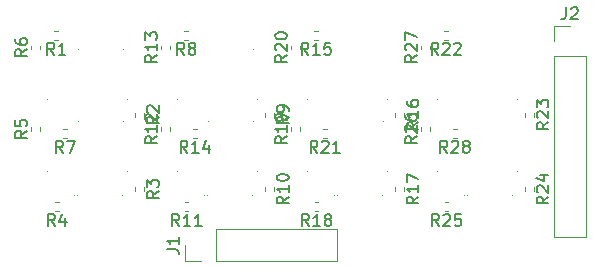
<source format=gbr>
%TF.GenerationSoftware,KiCad,Pcbnew,(6.0.0)*%
%TF.CreationDate,2022-03-30T13:23:40+02:00*%
%TF.ProjectId,led_display_digit,6c65645f-6469-4737-906c-61795f646967,rev?*%
%TF.SameCoordinates,Original*%
%TF.FileFunction,Legend,Top*%
%TF.FilePolarity,Positive*%
%FSLAX46Y46*%
G04 Gerber Fmt 4.6, Leading zero omitted, Abs format (unit mm)*
G04 Created by KiCad (PCBNEW (6.0.0)) date 2022-03-30 13:23:40*
%MOMM*%
%LPD*%
G01*
G04 APERTURE LIST*
%ADD10C,0.150000*%
%ADD11C,0.100000*%
%ADD12C,0.120000*%
G04 APERTURE END LIST*
D10*
%TO.C,R6*%
X72282380Y-58166666D02*
X71806190Y-58500000D01*
X72282380Y-58738095D02*
X71282380Y-58738095D01*
X71282380Y-58357142D01*
X71330000Y-58261904D01*
X71377619Y-58214285D01*
X71472857Y-58166666D01*
X71615714Y-58166666D01*
X71710952Y-58214285D01*
X71758571Y-58261904D01*
X71806190Y-58357142D01*
X71806190Y-58738095D01*
X71282380Y-57309523D02*
X71282380Y-57500000D01*
X71330000Y-57595238D01*
X71377619Y-57642857D01*
X71520476Y-57738095D01*
X71710952Y-57785714D01*
X72091904Y-57785714D01*
X72187142Y-57738095D01*
X72234761Y-57690476D01*
X72282380Y-57595238D01*
X72282380Y-57404761D01*
X72234761Y-57309523D01*
X72187142Y-57261904D01*
X72091904Y-57214285D01*
X71853809Y-57214285D01*
X71758571Y-57261904D01*
X71710952Y-57309523D01*
X71663333Y-57404761D01*
X71663333Y-57595238D01*
X71710952Y-57690476D01*
X71758571Y-57738095D01*
X71853809Y-57785714D01*
%TO.C,R25*%
X107157142Y-73122380D02*
X106823809Y-72646190D01*
X106585714Y-73122380D02*
X106585714Y-72122380D01*
X106966666Y-72122380D01*
X107061904Y-72170000D01*
X107109523Y-72217619D01*
X107157142Y-72312857D01*
X107157142Y-72455714D01*
X107109523Y-72550952D01*
X107061904Y-72598571D01*
X106966666Y-72646190D01*
X106585714Y-72646190D01*
X107538095Y-72217619D02*
X107585714Y-72170000D01*
X107680952Y-72122380D01*
X107919047Y-72122380D01*
X108014285Y-72170000D01*
X108061904Y-72217619D01*
X108109523Y-72312857D01*
X108109523Y-72408095D01*
X108061904Y-72550952D01*
X107490476Y-73122380D01*
X108109523Y-73122380D01*
X109014285Y-72122380D02*
X108538095Y-72122380D01*
X108490476Y-72598571D01*
X108538095Y-72550952D01*
X108633333Y-72503333D01*
X108871428Y-72503333D01*
X108966666Y-72550952D01*
X109014285Y-72598571D01*
X109061904Y-72693809D01*
X109061904Y-72931904D01*
X109014285Y-73027142D01*
X108966666Y-73074761D01*
X108871428Y-73122380D01*
X108633333Y-73122380D01*
X108538095Y-73074761D01*
X108490476Y-73027142D01*
%TO.C,R26*%
X105282380Y-65542857D02*
X104806190Y-65876190D01*
X105282380Y-66114285D02*
X104282380Y-66114285D01*
X104282380Y-65733333D01*
X104330000Y-65638095D01*
X104377619Y-65590476D01*
X104472857Y-65542857D01*
X104615714Y-65542857D01*
X104710952Y-65590476D01*
X104758571Y-65638095D01*
X104806190Y-65733333D01*
X104806190Y-66114285D01*
X104377619Y-65161904D02*
X104330000Y-65114285D01*
X104282380Y-65019047D01*
X104282380Y-64780952D01*
X104330000Y-64685714D01*
X104377619Y-64638095D01*
X104472857Y-64590476D01*
X104568095Y-64590476D01*
X104710952Y-64638095D01*
X105282380Y-65209523D01*
X105282380Y-64590476D01*
X104282380Y-63733333D02*
X104282380Y-63923809D01*
X104330000Y-64019047D01*
X104377619Y-64066666D01*
X104520476Y-64161904D01*
X104710952Y-64209523D01*
X105091904Y-64209523D01*
X105187142Y-64161904D01*
X105234761Y-64114285D01*
X105282380Y-64019047D01*
X105282380Y-63828571D01*
X105234761Y-63733333D01*
X105187142Y-63685714D01*
X105091904Y-63638095D01*
X104853809Y-63638095D01*
X104758571Y-63685714D01*
X104710952Y-63733333D01*
X104663333Y-63828571D01*
X104663333Y-64019047D01*
X104710952Y-64114285D01*
X104758571Y-64161904D01*
X104853809Y-64209523D01*
%TO.C,R19*%
X94282380Y-65542857D02*
X93806190Y-65876190D01*
X94282380Y-66114285D02*
X93282380Y-66114285D01*
X93282380Y-65733333D01*
X93330000Y-65638095D01*
X93377619Y-65590476D01*
X93472857Y-65542857D01*
X93615714Y-65542857D01*
X93710952Y-65590476D01*
X93758571Y-65638095D01*
X93806190Y-65733333D01*
X93806190Y-66114285D01*
X94282380Y-64590476D02*
X94282380Y-65161904D01*
X94282380Y-64876190D02*
X93282380Y-64876190D01*
X93425238Y-64971428D01*
X93520476Y-65066666D01*
X93568095Y-65161904D01*
X94282380Y-64114285D02*
X94282380Y-63923809D01*
X94234761Y-63828571D01*
X94187142Y-63780952D01*
X94044285Y-63685714D01*
X93853809Y-63638095D01*
X93472857Y-63638095D01*
X93377619Y-63685714D01*
X93330000Y-63733333D01*
X93282380Y-63828571D01*
X93282380Y-64019047D01*
X93330000Y-64114285D01*
X93377619Y-64161904D01*
X93472857Y-64209523D01*
X93710952Y-64209523D01*
X93806190Y-64161904D01*
X93853809Y-64114285D01*
X93901428Y-64019047D01*
X93901428Y-63828571D01*
X93853809Y-63733333D01*
X93806190Y-63685714D01*
X93710952Y-63638095D01*
%TO.C,R1*%
X74583333Y-58622380D02*
X74250000Y-58146190D01*
X74011904Y-58622380D02*
X74011904Y-57622380D01*
X74392857Y-57622380D01*
X74488095Y-57670000D01*
X74535714Y-57717619D01*
X74583333Y-57812857D01*
X74583333Y-57955714D01*
X74535714Y-58050952D01*
X74488095Y-58098571D01*
X74392857Y-58146190D01*
X74011904Y-58146190D01*
X75535714Y-58622380D02*
X74964285Y-58622380D01*
X75250000Y-58622380D02*
X75250000Y-57622380D01*
X75154761Y-57765238D01*
X75059523Y-57860476D01*
X74964285Y-57908095D01*
%TO.C,R9*%
X94422380Y-63866666D02*
X93946190Y-64200000D01*
X94422380Y-64438095D02*
X93422380Y-64438095D01*
X93422380Y-64057142D01*
X93470000Y-63961904D01*
X93517619Y-63914285D01*
X93612857Y-63866666D01*
X93755714Y-63866666D01*
X93850952Y-63914285D01*
X93898571Y-63961904D01*
X93946190Y-64057142D01*
X93946190Y-64438095D01*
X94422380Y-63390476D02*
X94422380Y-63200000D01*
X94374761Y-63104761D01*
X94327142Y-63057142D01*
X94184285Y-62961904D01*
X93993809Y-62914285D01*
X93612857Y-62914285D01*
X93517619Y-62961904D01*
X93470000Y-63009523D01*
X93422380Y-63104761D01*
X93422380Y-63295238D01*
X93470000Y-63390476D01*
X93517619Y-63438095D01*
X93612857Y-63485714D01*
X93850952Y-63485714D01*
X93946190Y-63438095D01*
X93993809Y-63390476D01*
X94041428Y-63295238D01*
X94041428Y-63104761D01*
X93993809Y-63009523D01*
X93946190Y-62961904D01*
X93850952Y-62914285D01*
%TO.C,R7*%
X75333333Y-66922380D02*
X75000000Y-66446190D01*
X74761904Y-66922380D02*
X74761904Y-65922380D01*
X75142857Y-65922380D01*
X75238095Y-65970000D01*
X75285714Y-66017619D01*
X75333333Y-66112857D01*
X75333333Y-66255714D01*
X75285714Y-66350952D01*
X75238095Y-66398571D01*
X75142857Y-66446190D01*
X74761904Y-66446190D01*
X75666666Y-65922380D02*
X76333333Y-65922380D01*
X75904761Y-66922380D01*
%TO.C,R12*%
X83282380Y-65542857D02*
X82806190Y-65876190D01*
X83282380Y-66114285D02*
X82282380Y-66114285D01*
X82282380Y-65733333D01*
X82330000Y-65638095D01*
X82377619Y-65590476D01*
X82472857Y-65542857D01*
X82615714Y-65542857D01*
X82710952Y-65590476D01*
X82758571Y-65638095D01*
X82806190Y-65733333D01*
X82806190Y-66114285D01*
X83282380Y-64590476D02*
X83282380Y-65161904D01*
X83282380Y-64876190D02*
X82282380Y-64876190D01*
X82425238Y-64971428D01*
X82520476Y-65066666D01*
X82568095Y-65161904D01*
X82377619Y-64209523D02*
X82330000Y-64161904D01*
X82282380Y-64066666D01*
X82282380Y-63828571D01*
X82330000Y-63733333D01*
X82377619Y-63685714D01*
X82472857Y-63638095D01*
X82568095Y-63638095D01*
X82710952Y-63685714D01*
X83282380Y-64257142D01*
X83282380Y-63638095D01*
%TO.C,R8*%
X85583333Y-58622380D02*
X85250000Y-58146190D01*
X85011904Y-58622380D02*
X85011904Y-57622380D01*
X85392857Y-57622380D01*
X85488095Y-57670000D01*
X85535714Y-57717619D01*
X85583333Y-57812857D01*
X85583333Y-57955714D01*
X85535714Y-58050952D01*
X85488095Y-58098571D01*
X85392857Y-58146190D01*
X85011904Y-58146190D01*
X86154761Y-58050952D02*
X86059523Y-58003333D01*
X86011904Y-57955714D01*
X85964285Y-57860476D01*
X85964285Y-57812857D01*
X86011904Y-57717619D01*
X86059523Y-57670000D01*
X86154761Y-57622380D01*
X86345238Y-57622380D01*
X86440476Y-57670000D01*
X86488095Y-57717619D01*
X86535714Y-57812857D01*
X86535714Y-57860476D01*
X86488095Y-57955714D01*
X86440476Y-58003333D01*
X86345238Y-58050952D01*
X86154761Y-58050952D01*
X86059523Y-58098571D01*
X86011904Y-58146190D01*
X85964285Y-58241428D01*
X85964285Y-58431904D01*
X86011904Y-58527142D01*
X86059523Y-58574761D01*
X86154761Y-58622380D01*
X86345238Y-58622380D01*
X86440476Y-58574761D01*
X86488095Y-58527142D01*
X86535714Y-58431904D01*
X86535714Y-58241428D01*
X86488095Y-58146190D01*
X86440476Y-58098571D01*
X86345238Y-58050952D01*
%TO.C,R28*%
X107857142Y-66922380D02*
X107523809Y-66446190D01*
X107285714Y-66922380D02*
X107285714Y-65922380D01*
X107666666Y-65922380D01*
X107761904Y-65970000D01*
X107809523Y-66017619D01*
X107857142Y-66112857D01*
X107857142Y-66255714D01*
X107809523Y-66350952D01*
X107761904Y-66398571D01*
X107666666Y-66446190D01*
X107285714Y-66446190D01*
X108238095Y-66017619D02*
X108285714Y-65970000D01*
X108380952Y-65922380D01*
X108619047Y-65922380D01*
X108714285Y-65970000D01*
X108761904Y-66017619D01*
X108809523Y-66112857D01*
X108809523Y-66208095D01*
X108761904Y-66350952D01*
X108190476Y-66922380D01*
X108809523Y-66922380D01*
X109380952Y-66350952D02*
X109285714Y-66303333D01*
X109238095Y-66255714D01*
X109190476Y-66160476D01*
X109190476Y-66112857D01*
X109238095Y-66017619D01*
X109285714Y-65970000D01*
X109380952Y-65922380D01*
X109571428Y-65922380D01*
X109666666Y-65970000D01*
X109714285Y-66017619D01*
X109761904Y-66112857D01*
X109761904Y-66160476D01*
X109714285Y-66255714D01*
X109666666Y-66303333D01*
X109571428Y-66350952D01*
X109380952Y-66350952D01*
X109285714Y-66398571D01*
X109238095Y-66446190D01*
X109190476Y-66541428D01*
X109190476Y-66731904D01*
X109238095Y-66827142D01*
X109285714Y-66874761D01*
X109380952Y-66922380D01*
X109571428Y-66922380D01*
X109666666Y-66874761D01*
X109714285Y-66827142D01*
X109761904Y-66731904D01*
X109761904Y-66541428D01*
X109714285Y-66446190D01*
X109666666Y-66398571D01*
X109571428Y-66350952D01*
%TO.C,R5*%
X72282380Y-65066666D02*
X71806190Y-65400000D01*
X72282380Y-65638095D02*
X71282380Y-65638095D01*
X71282380Y-65257142D01*
X71330000Y-65161904D01*
X71377619Y-65114285D01*
X71472857Y-65066666D01*
X71615714Y-65066666D01*
X71710952Y-65114285D01*
X71758571Y-65161904D01*
X71806190Y-65257142D01*
X71806190Y-65638095D01*
X71282380Y-64161904D02*
X71282380Y-64638095D01*
X71758571Y-64685714D01*
X71710952Y-64638095D01*
X71663333Y-64542857D01*
X71663333Y-64304761D01*
X71710952Y-64209523D01*
X71758571Y-64161904D01*
X71853809Y-64114285D01*
X72091904Y-64114285D01*
X72187142Y-64161904D01*
X72234761Y-64209523D01*
X72282380Y-64304761D01*
X72282380Y-64542857D01*
X72234761Y-64638095D01*
X72187142Y-64685714D01*
%TO.C,R13*%
X83282380Y-58642857D02*
X82806190Y-58976190D01*
X83282380Y-59214285D02*
X82282380Y-59214285D01*
X82282380Y-58833333D01*
X82330000Y-58738095D01*
X82377619Y-58690476D01*
X82472857Y-58642857D01*
X82615714Y-58642857D01*
X82710952Y-58690476D01*
X82758571Y-58738095D01*
X82806190Y-58833333D01*
X82806190Y-59214285D01*
X83282380Y-57690476D02*
X83282380Y-58261904D01*
X83282380Y-57976190D02*
X82282380Y-57976190D01*
X82425238Y-58071428D01*
X82520476Y-58166666D01*
X82568095Y-58261904D01*
X82282380Y-57357142D02*
X82282380Y-56738095D01*
X82663333Y-57071428D01*
X82663333Y-56928571D01*
X82710952Y-56833333D01*
X82758571Y-56785714D01*
X82853809Y-56738095D01*
X83091904Y-56738095D01*
X83187142Y-56785714D01*
X83234761Y-56833333D01*
X83282380Y-56928571D01*
X83282380Y-57214285D01*
X83234761Y-57309523D01*
X83187142Y-57357142D01*
%TO.C,R16*%
X105422380Y-64342857D02*
X104946190Y-64676190D01*
X105422380Y-64914285D02*
X104422380Y-64914285D01*
X104422380Y-64533333D01*
X104470000Y-64438095D01*
X104517619Y-64390476D01*
X104612857Y-64342857D01*
X104755714Y-64342857D01*
X104850952Y-64390476D01*
X104898571Y-64438095D01*
X104946190Y-64533333D01*
X104946190Y-64914285D01*
X105422380Y-63390476D02*
X105422380Y-63961904D01*
X105422380Y-63676190D02*
X104422380Y-63676190D01*
X104565238Y-63771428D01*
X104660476Y-63866666D01*
X104708095Y-63961904D01*
X104422380Y-62533333D02*
X104422380Y-62723809D01*
X104470000Y-62819047D01*
X104517619Y-62866666D01*
X104660476Y-62961904D01*
X104850952Y-63009523D01*
X105231904Y-63009523D01*
X105327142Y-62961904D01*
X105374761Y-62914285D01*
X105422380Y-62819047D01*
X105422380Y-62628571D01*
X105374761Y-62533333D01*
X105327142Y-62485714D01*
X105231904Y-62438095D01*
X104993809Y-62438095D01*
X104898571Y-62485714D01*
X104850952Y-62533333D01*
X104803333Y-62628571D01*
X104803333Y-62819047D01*
X104850952Y-62914285D01*
X104898571Y-62961904D01*
X104993809Y-63009523D01*
%TO.C,R2*%
X83422380Y-63866666D02*
X82946190Y-64200000D01*
X83422380Y-64438095D02*
X82422380Y-64438095D01*
X82422380Y-64057142D01*
X82470000Y-63961904D01*
X82517619Y-63914285D01*
X82612857Y-63866666D01*
X82755714Y-63866666D01*
X82850952Y-63914285D01*
X82898571Y-63961904D01*
X82946190Y-64057142D01*
X82946190Y-64438095D01*
X82517619Y-63485714D02*
X82470000Y-63438095D01*
X82422380Y-63342857D01*
X82422380Y-63104761D01*
X82470000Y-63009523D01*
X82517619Y-62961904D01*
X82612857Y-62914285D01*
X82708095Y-62914285D01*
X82850952Y-62961904D01*
X83422380Y-63533333D01*
X83422380Y-62914285D01*
%TO.C,R3*%
X83422380Y-70166666D02*
X82946190Y-70500000D01*
X83422380Y-70738095D02*
X82422380Y-70738095D01*
X82422380Y-70357142D01*
X82470000Y-70261904D01*
X82517619Y-70214285D01*
X82612857Y-70166666D01*
X82755714Y-70166666D01*
X82850952Y-70214285D01*
X82898571Y-70261904D01*
X82946190Y-70357142D01*
X82946190Y-70738095D01*
X82422380Y-69833333D02*
X82422380Y-69214285D01*
X82803333Y-69547619D01*
X82803333Y-69404761D01*
X82850952Y-69309523D01*
X82898571Y-69261904D01*
X82993809Y-69214285D01*
X83231904Y-69214285D01*
X83327142Y-69261904D01*
X83374761Y-69309523D01*
X83422380Y-69404761D01*
X83422380Y-69690476D01*
X83374761Y-69785714D01*
X83327142Y-69833333D01*
%TO.C,R24*%
X116422380Y-70642857D02*
X115946190Y-70976190D01*
X116422380Y-71214285D02*
X115422380Y-71214285D01*
X115422380Y-70833333D01*
X115470000Y-70738095D01*
X115517619Y-70690476D01*
X115612857Y-70642857D01*
X115755714Y-70642857D01*
X115850952Y-70690476D01*
X115898571Y-70738095D01*
X115946190Y-70833333D01*
X115946190Y-71214285D01*
X115517619Y-70261904D02*
X115470000Y-70214285D01*
X115422380Y-70119047D01*
X115422380Y-69880952D01*
X115470000Y-69785714D01*
X115517619Y-69738095D01*
X115612857Y-69690476D01*
X115708095Y-69690476D01*
X115850952Y-69738095D01*
X116422380Y-70309523D01*
X116422380Y-69690476D01*
X115755714Y-68833333D02*
X116422380Y-68833333D01*
X115374761Y-69071428D02*
X116089047Y-69309523D01*
X116089047Y-68690476D01*
%TO.C,J1*%
X84122380Y-75083333D02*
X84836666Y-75083333D01*
X84979523Y-75130952D01*
X85074761Y-75226190D01*
X85122380Y-75369047D01*
X85122380Y-75464285D01*
X85122380Y-74083333D02*
X85122380Y-74654761D01*
X85122380Y-74369047D02*
X84122380Y-74369047D01*
X84265238Y-74464285D01*
X84360476Y-74559523D01*
X84408095Y-74654761D01*
%TO.C,R17*%
X105422380Y-70642857D02*
X104946190Y-70976190D01*
X105422380Y-71214285D02*
X104422380Y-71214285D01*
X104422380Y-70833333D01*
X104470000Y-70738095D01*
X104517619Y-70690476D01*
X104612857Y-70642857D01*
X104755714Y-70642857D01*
X104850952Y-70690476D01*
X104898571Y-70738095D01*
X104946190Y-70833333D01*
X104946190Y-71214285D01*
X105422380Y-69690476D02*
X105422380Y-70261904D01*
X105422380Y-69976190D02*
X104422380Y-69976190D01*
X104565238Y-70071428D01*
X104660476Y-70166666D01*
X104708095Y-70261904D01*
X104422380Y-69357142D02*
X104422380Y-68690476D01*
X105422380Y-69119047D01*
%TO.C,R18*%
X96157142Y-73122380D02*
X95823809Y-72646190D01*
X95585714Y-73122380D02*
X95585714Y-72122380D01*
X95966666Y-72122380D01*
X96061904Y-72170000D01*
X96109523Y-72217619D01*
X96157142Y-72312857D01*
X96157142Y-72455714D01*
X96109523Y-72550952D01*
X96061904Y-72598571D01*
X95966666Y-72646190D01*
X95585714Y-72646190D01*
X97109523Y-73122380D02*
X96538095Y-73122380D01*
X96823809Y-73122380D02*
X96823809Y-72122380D01*
X96728571Y-72265238D01*
X96633333Y-72360476D01*
X96538095Y-72408095D01*
X97680952Y-72550952D02*
X97585714Y-72503333D01*
X97538095Y-72455714D01*
X97490476Y-72360476D01*
X97490476Y-72312857D01*
X97538095Y-72217619D01*
X97585714Y-72170000D01*
X97680952Y-72122380D01*
X97871428Y-72122380D01*
X97966666Y-72170000D01*
X98014285Y-72217619D01*
X98061904Y-72312857D01*
X98061904Y-72360476D01*
X98014285Y-72455714D01*
X97966666Y-72503333D01*
X97871428Y-72550952D01*
X97680952Y-72550952D01*
X97585714Y-72598571D01*
X97538095Y-72646190D01*
X97490476Y-72741428D01*
X97490476Y-72931904D01*
X97538095Y-73027142D01*
X97585714Y-73074761D01*
X97680952Y-73122380D01*
X97871428Y-73122380D01*
X97966666Y-73074761D01*
X98014285Y-73027142D01*
X98061904Y-72931904D01*
X98061904Y-72741428D01*
X98014285Y-72646190D01*
X97966666Y-72598571D01*
X97871428Y-72550952D01*
%TO.C,J2*%
X117916666Y-54622380D02*
X117916666Y-55336666D01*
X117869047Y-55479523D01*
X117773809Y-55574761D01*
X117630952Y-55622380D01*
X117535714Y-55622380D01*
X118345238Y-54717619D02*
X118392857Y-54670000D01*
X118488095Y-54622380D01*
X118726190Y-54622380D01*
X118821428Y-54670000D01*
X118869047Y-54717619D01*
X118916666Y-54812857D01*
X118916666Y-54908095D01*
X118869047Y-55050952D01*
X118297619Y-55622380D01*
X118916666Y-55622380D01*
%TO.C,R20*%
X94282380Y-58642857D02*
X93806190Y-58976190D01*
X94282380Y-59214285D02*
X93282380Y-59214285D01*
X93282380Y-58833333D01*
X93330000Y-58738095D01*
X93377619Y-58690476D01*
X93472857Y-58642857D01*
X93615714Y-58642857D01*
X93710952Y-58690476D01*
X93758571Y-58738095D01*
X93806190Y-58833333D01*
X93806190Y-59214285D01*
X93377619Y-58261904D02*
X93330000Y-58214285D01*
X93282380Y-58119047D01*
X93282380Y-57880952D01*
X93330000Y-57785714D01*
X93377619Y-57738095D01*
X93472857Y-57690476D01*
X93568095Y-57690476D01*
X93710952Y-57738095D01*
X94282380Y-58309523D01*
X94282380Y-57690476D01*
X93282380Y-57071428D02*
X93282380Y-56976190D01*
X93330000Y-56880952D01*
X93377619Y-56833333D01*
X93472857Y-56785714D01*
X93663333Y-56738095D01*
X93901428Y-56738095D01*
X94091904Y-56785714D01*
X94187142Y-56833333D01*
X94234761Y-56880952D01*
X94282380Y-56976190D01*
X94282380Y-57071428D01*
X94234761Y-57166666D01*
X94187142Y-57214285D01*
X94091904Y-57261904D01*
X93901428Y-57309523D01*
X93663333Y-57309523D01*
X93472857Y-57261904D01*
X93377619Y-57214285D01*
X93330000Y-57166666D01*
X93282380Y-57071428D01*
%TO.C,R22*%
X107107142Y-58622380D02*
X106773809Y-58146190D01*
X106535714Y-58622380D02*
X106535714Y-57622380D01*
X106916666Y-57622380D01*
X107011904Y-57670000D01*
X107059523Y-57717619D01*
X107107142Y-57812857D01*
X107107142Y-57955714D01*
X107059523Y-58050952D01*
X107011904Y-58098571D01*
X106916666Y-58146190D01*
X106535714Y-58146190D01*
X107488095Y-57717619D02*
X107535714Y-57670000D01*
X107630952Y-57622380D01*
X107869047Y-57622380D01*
X107964285Y-57670000D01*
X108011904Y-57717619D01*
X108059523Y-57812857D01*
X108059523Y-57908095D01*
X108011904Y-58050952D01*
X107440476Y-58622380D01*
X108059523Y-58622380D01*
X108440476Y-57717619D02*
X108488095Y-57670000D01*
X108583333Y-57622380D01*
X108821428Y-57622380D01*
X108916666Y-57670000D01*
X108964285Y-57717619D01*
X109011904Y-57812857D01*
X109011904Y-57908095D01*
X108964285Y-58050952D01*
X108392857Y-58622380D01*
X109011904Y-58622380D01*
%TO.C,R15*%
X96107142Y-58622380D02*
X95773809Y-58146190D01*
X95535714Y-58622380D02*
X95535714Y-57622380D01*
X95916666Y-57622380D01*
X96011904Y-57670000D01*
X96059523Y-57717619D01*
X96107142Y-57812857D01*
X96107142Y-57955714D01*
X96059523Y-58050952D01*
X96011904Y-58098571D01*
X95916666Y-58146190D01*
X95535714Y-58146190D01*
X97059523Y-58622380D02*
X96488095Y-58622380D01*
X96773809Y-58622380D02*
X96773809Y-57622380D01*
X96678571Y-57765238D01*
X96583333Y-57860476D01*
X96488095Y-57908095D01*
X97964285Y-57622380D02*
X97488095Y-57622380D01*
X97440476Y-58098571D01*
X97488095Y-58050952D01*
X97583333Y-58003333D01*
X97821428Y-58003333D01*
X97916666Y-58050952D01*
X97964285Y-58098571D01*
X98011904Y-58193809D01*
X98011904Y-58431904D01*
X97964285Y-58527142D01*
X97916666Y-58574761D01*
X97821428Y-58622380D01*
X97583333Y-58622380D01*
X97488095Y-58574761D01*
X97440476Y-58527142D01*
%TO.C,R14*%
X85857142Y-66922380D02*
X85523809Y-66446190D01*
X85285714Y-66922380D02*
X85285714Y-65922380D01*
X85666666Y-65922380D01*
X85761904Y-65970000D01*
X85809523Y-66017619D01*
X85857142Y-66112857D01*
X85857142Y-66255714D01*
X85809523Y-66350952D01*
X85761904Y-66398571D01*
X85666666Y-66446190D01*
X85285714Y-66446190D01*
X86809523Y-66922380D02*
X86238095Y-66922380D01*
X86523809Y-66922380D02*
X86523809Y-65922380D01*
X86428571Y-66065238D01*
X86333333Y-66160476D01*
X86238095Y-66208095D01*
X87666666Y-66255714D02*
X87666666Y-66922380D01*
X87428571Y-65874761D02*
X87190476Y-66589047D01*
X87809523Y-66589047D01*
%TO.C,R4*%
X74633333Y-73122380D02*
X74300000Y-72646190D01*
X74061904Y-73122380D02*
X74061904Y-72122380D01*
X74442857Y-72122380D01*
X74538095Y-72170000D01*
X74585714Y-72217619D01*
X74633333Y-72312857D01*
X74633333Y-72455714D01*
X74585714Y-72550952D01*
X74538095Y-72598571D01*
X74442857Y-72646190D01*
X74061904Y-72646190D01*
X75490476Y-72455714D02*
X75490476Y-73122380D01*
X75252380Y-72074761D02*
X75014285Y-72789047D01*
X75633333Y-72789047D01*
%TO.C,R10*%
X94422380Y-70642857D02*
X93946190Y-70976190D01*
X94422380Y-71214285D02*
X93422380Y-71214285D01*
X93422380Y-70833333D01*
X93470000Y-70738095D01*
X93517619Y-70690476D01*
X93612857Y-70642857D01*
X93755714Y-70642857D01*
X93850952Y-70690476D01*
X93898571Y-70738095D01*
X93946190Y-70833333D01*
X93946190Y-71214285D01*
X94422380Y-69690476D02*
X94422380Y-70261904D01*
X94422380Y-69976190D02*
X93422380Y-69976190D01*
X93565238Y-70071428D01*
X93660476Y-70166666D01*
X93708095Y-70261904D01*
X93422380Y-69071428D02*
X93422380Y-68976190D01*
X93470000Y-68880952D01*
X93517619Y-68833333D01*
X93612857Y-68785714D01*
X93803333Y-68738095D01*
X94041428Y-68738095D01*
X94231904Y-68785714D01*
X94327142Y-68833333D01*
X94374761Y-68880952D01*
X94422380Y-68976190D01*
X94422380Y-69071428D01*
X94374761Y-69166666D01*
X94327142Y-69214285D01*
X94231904Y-69261904D01*
X94041428Y-69309523D01*
X93803333Y-69309523D01*
X93612857Y-69261904D01*
X93517619Y-69214285D01*
X93470000Y-69166666D01*
X93422380Y-69071428D01*
%TO.C,R21*%
X96857142Y-66922380D02*
X96523809Y-66446190D01*
X96285714Y-66922380D02*
X96285714Y-65922380D01*
X96666666Y-65922380D01*
X96761904Y-65970000D01*
X96809523Y-66017619D01*
X96857142Y-66112857D01*
X96857142Y-66255714D01*
X96809523Y-66350952D01*
X96761904Y-66398571D01*
X96666666Y-66446190D01*
X96285714Y-66446190D01*
X97238095Y-66017619D02*
X97285714Y-65970000D01*
X97380952Y-65922380D01*
X97619047Y-65922380D01*
X97714285Y-65970000D01*
X97761904Y-66017619D01*
X97809523Y-66112857D01*
X97809523Y-66208095D01*
X97761904Y-66350952D01*
X97190476Y-66922380D01*
X97809523Y-66922380D01*
X98761904Y-66922380D02*
X98190476Y-66922380D01*
X98476190Y-66922380D02*
X98476190Y-65922380D01*
X98380952Y-66065238D01*
X98285714Y-66160476D01*
X98190476Y-66208095D01*
%TO.C,R23*%
X116422380Y-64342857D02*
X115946190Y-64676190D01*
X116422380Y-64914285D02*
X115422380Y-64914285D01*
X115422380Y-64533333D01*
X115470000Y-64438095D01*
X115517619Y-64390476D01*
X115612857Y-64342857D01*
X115755714Y-64342857D01*
X115850952Y-64390476D01*
X115898571Y-64438095D01*
X115946190Y-64533333D01*
X115946190Y-64914285D01*
X115517619Y-63961904D02*
X115470000Y-63914285D01*
X115422380Y-63819047D01*
X115422380Y-63580952D01*
X115470000Y-63485714D01*
X115517619Y-63438095D01*
X115612857Y-63390476D01*
X115708095Y-63390476D01*
X115850952Y-63438095D01*
X116422380Y-64009523D01*
X116422380Y-63390476D01*
X115422380Y-63057142D02*
X115422380Y-62438095D01*
X115803333Y-62771428D01*
X115803333Y-62628571D01*
X115850952Y-62533333D01*
X115898571Y-62485714D01*
X115993809Y-62438095D01*
X116231904Y-62438095D01*
X116327142Y-62485714D01*
X116374761Y-62533333D01*
X116422380Y-62628571D01*
X116422380Y-62914285D01*
X116374761Y-63009523D01*
X116327142Y-63057142D01*
%TO.C,R27*%
X105282380Y-58642857D02*
X104806190Y-58976190D01*
X105282380Y-59214285D02*
X104282380Y-59214285D01*
X104282380Y-58833333D01*
X104330000Y-58738095D01*
X104377619Y-58690476D01*
X104472857Y-58642857D01*
X104615714Y-58642857D01*
X104710952Y-58690476D01*
X104758571Y-58738095D01*
X104806190Y-58833333D01*
X104806190Y-59214285D01*
X104377619Y-58261904D02*
X104330000Y-58214285D01*
X104282380Y-58119047D01*
X104282380Y-57880952D01*
X104330000Y-57785714D01*
X104377619Y-57738095D01*
X104472857Y-57690476D01*
X104568095Y-57690476D01*
X104710952Y-57738095D01*
X105282380Y-58309523D01*
X105282380Y-57690476D01*
X104282380Y-57357142D02*
X104282380Y-56690476D01*
X105282380Y-57119047D01*
%TO.C,R11*%
X85157142Y-73122380D02*
X84823809Y-72646190D01*
X84585714Y-73122380D02*
X84585714Y-72122380D01*
X84966666Y-72122380D01*
X85061904Y-72170000D01*
X85109523Y-72217619D01*
X85157142Y-72312857D01*
X85157142Y-72455714D01*
X85109523Y-72550952D01*
X85061904Y-72598571D01*
X84966666Y-72646190D01*
X84585714Y-72646190D01*
X86109523Y-73122380D02*
X85538095Y-73122380D01*
X85823809Y-73122380D02*
X85823809Y-72122380D01*
X85728571Y-72265238D01*
X85633333Y-72360476D01*
X85538095Y-72408095D01*
X87061904Y-73122380D02*
X86490476Y-73122380D01*
X86776190Y-73122380D02*
X86776190Y-72122380D01*
X86680952Y-72265238D01*
X86585714Y-72360476D01*
X86490476Y-72408095D01*
D11*
%TO.C,D6*%
X80850000Y-62117500D02*
G75*
G03*
X80850000Y-62117500I-50000J0D01*
G01*
%TO.C,D3*%
X80440000Y-58200000D02*
G75*
G03*
X80440000Y-58200000I-50000J0D01*
G01*
%TO.C,D81*%
X107050000Y-58302500D02*
G75*
G03*
X107050000Y-58302500I-50000J0D01*
G01*
%TO.C,D73*%
X113440000Y-70500000D02*
G75*
G03*
X113440000Y-70500000I-50000J0D01*
G01*
D12*
%TO.C,R6*%
X73380000Y-58153641D02*
X73380000Y-57846359D01*
X72620000Y-58153641D02*
X72620000Y-57846359D01*
D11*
%TO.C,D7*%
X80850000Y-64395000D02*
G75*
G03*
X80850000Y-64395000I-50000J0D01*
G01*
%TO.C,D16*%
X74050000Y-62117500D02*
G75*
G03*
X74050000Y-62117500I-50000J0D01*
G01*
D12*
%TO.C,R25*%
X107953641Y-71880000D02*
X107646359Y-71880000D01*
X107953641Y-71120000D02*
X107646359Y-71120000D01*
%TO.C,R26*%
X106380000Y-65053641D02*
X106380000Y-64746359D01*
X105620000Y-65053641D02*
X105620000Y-64746359D01*
D11*
%TO.C,D17*%
X74050000Y-62390000D02*
G75*
G03*
X74050000Y-62390000I-50000J0D01*
G01*
%TO.C,D18*%
X74050000Y-58302500D02*
G75*
G03*
X74050000Y-58302500I-50000J0D01*
G01*
%TO.C,D58*%
X96050000Y-62117500D02*
G75*
G03*
X96050000Y-62117500I-50000J0D01*
G01*
%TO.C,D66*%
X113440000Y-58200000D02*
G75*
G03*
X113440000Y-58200000I-50000J0D01*
G01*
%TO.C,D46*%
X102850000Y-58302500D02*
G75*
G03*
X102850000Y-58302500I-50000J0D01*
G01*
%TO.C,D38*%
X85050000Y-62390000D02*
G75*
G03*
X85050000Y-62390000I-50000J0D01*
G01*
%TO.C,D39*%
X85050000Y-58302500D02*
G75*
G03*
X85050000Y-58302500I-50000J0D01*
G01*
%TO.C,D25*%
X91850000Y-58302500D02*
G75*
G03*
X91850000Y-58302500I-50000J0D01*
G01*
%TO.C,D80*%
X107050000Y-62390000D02*
G75*
G03*
X107050000Y-62390000I-50000J0D01*
G01*
%TO.C,D8*%
X80850000Y-68482500D02*
G75*
G03*
X80850000Y-68482500I-50000J0D01*
G01*
%TO.C,D70*%
X113850000Y-64395000D02*
G75*
G03*
X113850000Y-64395000I-50000J0D01*
G01*
%TO.C,D29*%
X91850000Y-68482500D02*
G75*
G03*
X91850000Y-68482500I-50000J0D01*
G01*
D12*
%TO.C,R19*%
X95380000Y-65053641D02*
X95380000Y-64746359D01*
X94620000Y-65053641D02*
X94620000Y-64746359D01*
D11*
%TO.C,D48*%
X102850000Y-62117500D02*
G75*
G03*
X102850000Y-62117500I-50000J0D01*
G01*
%TO.C,D21*%
X80440000Y-64292500D02*
G75*
G03*
X80440000Y-64292500I-50000J0D01*
G01*
D12*
%TO.C,R1*%
X74903641Y-57380000D02*
X74596359Y-57380000D01*
X74903641Y-56620000D02*
X74596359Y-56620000D01*
%TO.C,R9*%
X92420000Y-63546359D02*
X92420000Y-63853641D01*
X93180000Y-63546359D02*
X93180000Y-63853641D01*
D11*
%TO.C,D69*%
X113850000Y-62117500D02*
G75*
G03*
X113850000Y-62117500I-50000J0D01*
G01*
%TO.C,D51*%
X102850000Y-68210000D02*
G75*
G03*
X102850000Y-68210000I-50000J0D01*
G01*
%TO.C,D28*%
X91850000Y-64395000D02*
G75*
G03*
X91850000Y-64395000I-50000J0D01*
G01*
D12*
%TO.C,R7*%
X75653641Y-65680000D02*
X75346359Y-65680000D01*
X75653641Y-64920000D02*
X75346359Y-64920000D01*
D11*
%TO.C,D62*%
X98352500Y-64292500D02*
G75*
G03*
X98352500Y-64292500I-50000J0D01*
G01*
%TO.C,D5*%
X80850000Y-62390000D02*
G75*
G03*
X80850000Y-62390000I-50000J0D01*
G01*
%TO.C,D14*%
X74050000Y-68482500D02*
G75*
G03*
X74050000Y-68482500I-50000J0D01*
G01*
%TO.C,D67*%
X113850000Y-58302500D02*
G75*
G03*
X113850000Y-58302500I-50000J0D01*
G01*
%TO.C,D83*%
X109352500Y-64292500D02*
G75*
G03*
X109352500Y-64292500I-50000J0D01*
G01*
%TO.C,D59*%
X96050000Y-62390000D02*
G75*
G03*
X96050000Y-62390000I-50000J0D01*
G01*
%TO.C,D61*%
X98625000Y-64292500D02*
G75*
G03*
X98625000Y-64292500I-50000J0D01*
G01*
%TO.C,D56*%
X96050000Y-68482500D02*
G75*
G03*
X96050000Y-68482500I-50000J0D01*
G01*
%TO.C,D34*%
X85050000Y-68210000D02*
G75*
G03*
X85050000Y-68210000I-50000J0D01*
G01*
D12*
%TO.C,R12*%
X83620000Y-65053641D02*
X83620000Y-64746359D01*
X84380000Y-65053641D02*
X84380000Y-64746359D01*
D11*
%TO.C,D63*%
X102440000Y-64292500D02*
G75*
G03*
X102440000Y-64292500I-50000J0D01*
G01*
%TO.C,D42*%
X91440000Y-64292500D02*
G75*
G03*
X91440000Y-64292500I-50000J0D01*
G01*
%TO.C,D50*%
X102850000Y-68482500D02*
G75*
G03*
X102850000Y-68482500I-50000J0D01*
G01*
D12*
%TO.C,R8*%
X85903641Y-56620000D02*
X85596359Y-56620000D01*
X85903641Y-57380000D02*
X85596359Y-57380000D01*
%TO.C,R28*%
X108653641Y-65680000D02*
X108346359Y-65680000D01*
X108653641Y-64920000D02*
X108346359Y-64920000D01*
%TO.C,R5*%
X73380000Y-65053641D02*
X73380000Y-64746359D01*
X72620000Y-65053641D02*
X72620000Y-64746359D01*
D11*
%TO.C,D31*%
X91440000Y-70500000D02*
G75*
G03*
X91440000Y-70500000I-50000J0D01*
G01*
%TO.C,D4*%
X80850000Y-58302500D02*
G75*
G03*
X80850000Y-58302500I-50000J0D01*
G01*
D12*
%TO.C,R13*%
X84380000Y-58153641D02*
X84380000Y-57846359D01*
X83620000Y-58153641D02*
X83620000Y-57846359D01*
D11*
%TO.C,D1*%
X76625000Y-58200000D02*
G75*
G03*
X76625000Y-58200000I-50000J0D01*
G01*
%TO.C,D24*%
X91440000Y-58200000D02*
G75*
G03*
X91440000Y-58200000I-50000J0D01*
G01*
D12*
%TO.C,R16*%
X104180000Y-63546359D02*
X104180000Y-63853641D01*
X103420000Y-63546359D02*
X103420000Y-63853641D01*
%TO.C,R2*%
X82180000Y-63546359D02*
X82180000Y-63853641D01*
X81420000Y-63546359D02*
X81420000Y-63853641D01*
D11*
%TO.C,D76*%
X107050000Y-68210000D02*
G75*
G03*
X107050000Y-68210000I-50000J0D01*
G01*
%TO.C,D72*%
X113850000Y-68210000D02*
G75*
G03*
X113850000Y-68210000I-50000J0D01*
G01*
%TO.C,D54*%
X98625000Y-70500000D02*
G75*
G03*
X98625000Y-70500000I-50000J0D01*
G01*
D12*
%TO.C,R3*%
X81420000Y-69846359D02*
X81420000Y-70153641D01*
X82180000Y-69846359D02*
X82180000Y-70153641D01*
D11*
%TO.C,D9*%
X80850000Y-68210000D02*
G75*
G03*
X80850000Y-68210000I-50000J0D01*
G01*
%TO.C,D20*%
X76352500Y-64292500D02*
G75*
G03*
X76352500Y-64292500I-50000J0D01*
G01*
%TO.C,D40*%
X87625000Y-64292500D02*
G75*
G03*
X87625000Y-64292500I-50000J0D01*
G01*
%TO.C,D84*%
X113440000Y-64292500D02*
G75*
G03*
X113440000Y-64292500I-50000J0D01*
G01*
%TO.C,D45*%
X102440000Y-58200000D02*
G75*
G03*
X102440000Y-58200000I-50000J0D01*
G01*
%TO.C,D53*%
X98352500Y-70500000D02*
G75*
G03*
X98352500Y-70500000I-50000J0D01*
G01*
D12*
%TO.C,R24*%
X114420000Y-69846359D02*
X114420000Y-70153641D01*
X115180000Y-69846359D02*
X115180000Y-70153641D01*
D11*
%TO.C,D2*%
X76352500Y-58200000D02*
G75*
G03*
X76352500Y-58200000I-50000J0D01*
G01*
%TO.C,D11*%
X76352500Y-70500000D02*
G75*
G03*
X76352500Y-70500000I-50000J0D01*
G01*
D12*
%TO.C,J1*%
X85670000Y-76080000D02*
X85670000Y-74750000D01*
X87000000Y-76080000D02*
X85670000Y-76080000D01*
X88270000Y-73420000D02*
X98490000Y-73420000D01*
X88270000Y-76080000D02*
X98490000Y-76080000D01*
X88270000Y-76080000D02*
X88270000Y-73420000D01*
X98490000Y-76080000D02*
X98490000Y-73420000D01*
D11*
%TO.C,D60*%
X96050000Y-58302500D02*
G75*
G03*
X96050000Y-58302500I-50000J0D01*
G01*
%TO.C,D52*%
X102440000Y-70500000D02*
G75*
G03*
X102440000Y-70500000I-50000J0D01*
G01*
%TO.C,D26*%
X91850000Y-62390000D02*
G75*
G03*
X91850000Y-62390000I-50000J0D01*
G01*
D12*
%TO.C,R17*%
X103420000Y-69846359D02*
X103420000Y-70153641D01*
X104180000Y-69846359D02*
X104180000Y-70153641D01*
D11*
%TO.C,D30*%
X91850000Y-68210000D02*
G75*
G03*
X91850000Y-68210000I-50000J0D01*
G01*
%TO.C,D57*%
X96050000Y-64395000D02*
G75*
G03*
X96050000Y-64395000I-50000J0D01*
G01*
D12*
%TO.C,R18*%
X96953641Y-71880000D02*
X96646359Y-71880000D01*
X96953641Y-71120000D02*
X96646359Y-71120000D01*
D11*
%TO.C,D35*%
X85050000Y-68482500D02*
G75*
G03*
X85050000Y-68482500I-50000J0D01*
G01*
%TO.C,D75*%
X109625000Y-70500000D02*
G75*
G03*
X109625000Y-70500000I-50000J0D01*
G01*
%TO.C,D10*%
X80440000Y-70500000D02*
G75*
G03*
X80440000Y-70500000I-50000J0D01*
G01*
%TO.C,D74*%
X109352500Y-70500000D02*
G75*
G03*
X109352500Y-70500000I-50000J0D01*
G01*
%TO.C,D27*%
X91850000Y-62117500D02*
G75*
G03*
X91850000Y-62117500I-50000J0D01*
G01*
D12*
%TO.C,J2*%
X116920000Y-57500000D02*
X116920000Y-56170000D01*
X116920000Y-58770000D02*
X119580000Y-58770000D01*
X119580000Y-58770000D02*
X119580000Y-74070000D01*
X116920000Y-58770000D02*
X116920000Y-74070000D01*
X116920000Y-56170000D02*
X118250000Y-56170000D01*
X116920000Y-74070000D02*
X119580000Y-74070000D01*
%TO.C,R20*%
X94620000Y-58153641D02*
X94620000Y-57846359D01*
X95380000Y-58153641D02*
X95380000Y-57846359D01*
%TO.C,R22*%
X107903641Y-57380000D02*
X107596359Y-57380000D01*
X107903641Y-56620000D02*
X107596359Y-56620000D01*
D11*
%TO.C,D49*%
X102850000Y-64395000D02*
G75*
G03*
X102850000Y-64395000I-50000J0D01*
G01*
D12*
%TO.C,R15*%
X96903641Y-57380000D02*
X96596359Y-57380000D01*
X96903641Y-56620000D02*
X96596359Y-56620000D01*
D11*
%TO.C,D12*%
X76625000Y-70500000D02*
G75*
G03*
X76625000Y-70500000I-50000J0D01*
G01*
%TO.C,D15*%
X74050000Y-64395000D02*
G75*
G03*
X74050000Y-64395000I-50000J0D01*
G01*
%TO.C,D65*%
X109352500Y-58200000D02*
G75*
G03*
X109352500Y-58200000I-50000J0D01*
G01*
%TO.C,D22*%
X87625000Y-58200000D02*
G75*
G03*
X87625000Y-58200000I-50000J0D01*
G01*
D12*
%TO.C,R14*%
X86653641Y-65680000D02*
X86346359Y-65680000D01*
X86653641Y-64920000D02*
X86346359Y-64920000D01*
D11*
%TO.C,D37*%
X85050000Y-62117500D02*
G75*
G03*
X85050000Y-62117500I-50000J0D01*
G01*
%TO.C,D79*%
X107050000Y-62117500D02*
G75*
G03*
X107050000Y-62117500I-50000J0D01*
G01*
D12*
%TO.C,R4*%
X74953641Y-71120000D02*
X74646359Y-71120000D01*
X74953641Y-71880000D02*
X74646359Y-71880000D01*
D11*
%TO.C,D44*%
X98352500Y-58200000D02*
G75*
G03*
X98352500Y-58200000I-50000J0D01*
G01*
%TO.C,D68*%
X113850000Y-62390000D02*
G75*
G03*
X113850000Y-62390000I-50000J0D01*
G01*
D12*
%TO.C,R10*%
X93180000Y-69846359D02*
X93180000Y-70153641D01*
X92420000Y-69846359D02*
X92420000Y-70153641D01*
D11*
%TO.C,D82*%
X109625000Y-64292500D02*
G75*
G03*
X109625000Y-64292500I-50000J0D01*
G01*
%TO.C,D77*%
X107050000Y-68482500D02*
G75*
G03*
X107050000Y-68482500I-50000J0D01*
G01*
%TO.C,D19*%
X76625000Y-64292500D02*
G75*
G03*
X76625000Y-64292500I-50000J0D01*
G01*
%TO.C,D33*%
X87625000Y-70500000D02*
G75*
G03*
X87625000Y-70500000I-50000J0D01*
G01*
D12*
%TO.C,R21*%
X97653641Y-64920000D02*
X97346359Y-64920000D01*
X97653641Y-65680000D02*
X97346359Y-65680000D01*
D11*
%TO.C,D13*%
X74050000Y-68210000D02*
G75*
G03*
X74050000Y-68210000I-50000J0D01*
G01*
%TO.C,D78*%
X107050000Y-64395000D02*
G75*
G03*
X107050000Y-64395000I-50000J0D01*
G01*
%TO.C,D71*%
X113850000Y-68482500D02*
G75*
G03*
X113850000Y-68482500I-50000J0D01*
G01*
%TO.C,D64*%
X109625000Y-58200000D02*
G75*
G03*
X109625000Y-58200000I-50000J0D01*
G01*
%TO.C,D23*%
X87352500Y-58200000D02*
G75*
G03*
X87352500Y-58200000I-50000J0D01*
G01*
%TO.C,D55*%
X96050000Y-68210000D02*
G75*
G03*
X96050000Y-68210000I-50000J0D01*
G01*
%TO.C,D47*%
X102850000Y-62390000D02*
G75*
G03*
X102850000Y-62390000I-50000J0D01*
G01*
%TO.C,D41*%
X87352500Y-64292500D02*
G75*
G03*
X87352500Y-64292500I-50000J0D01*
G01*
%TO.C,D36*%
X85050000Y-64395000D02*
G75*
G03*
X85050000Y-64395000I-50000J0D01*
G01*
%TO.C,D32*%
X87352500Y-70500000D02*
G75*
G03*
X87352500Y-70500000I-50000J0D01*
G01*
D12*
%TO.C,R23*%
X114420000Y-63546359D02*
X114420000Y-63853641D01*
X115180000Y-63546359D02*
X115180000Y-63853641D01*
%TO.C,R27*%
X106380000Y-58153641D02*
X106380000Y-57846359D01*
X105620000Y-58153641D02*
X105620000Y-57846359D01*
D11*
%TO.C,D43*%
X98625000Y-58200000D02*
G75*
G03*
X98625000Y-58200000I-50000J0D01*
G01*
D12*
%TO.C,R11*%
X85953641Y-71880000D02*
X85646359Y-71880000D01*
X85953641Y-71120000D02*
X85646359Y-71120000D01*
%TD*%
M02*

</source>
